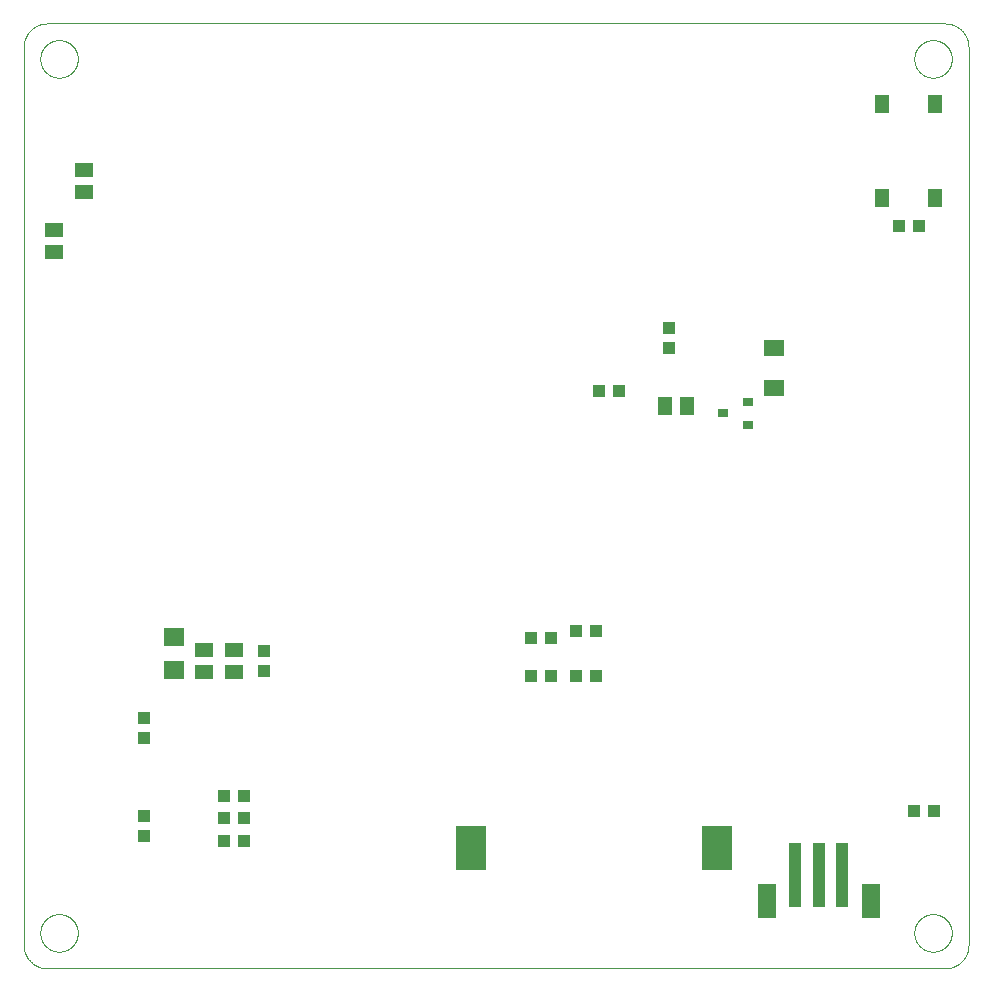
<source format=gbp>
G75*
%MOIN*%
%OFA0B0*%
%FSLAX25Y25*%
%IPPOS*%
%LPD*%
%AMOC8*
5,1,8,0,0,1.08239X$1,22.5*
%
%ADD10C,0.00000*%
%ADD11R,0.04331X0.03937*%
%ADD12R,0.03937X0.04331*%
%ADD13R,0.05906X0.05118*%
%ADD14R,0.07087X0.06299*%
%ADD15R,0.03543X0.03150*%
%ADD16R,0.05118X0.05906*%
%ADD17R,0.07087X0.05512*%
%ADD18R,0.05118X0.06102*%
%ADD19R,0.03937X0.21654*%
%ADD20R,0.06299X0.11811*%
%ADD21R,0.10000X0.15000*%
D10*
X0040154Y0028618D02*
X0339367Y0028618D01*
X0339557Y0028620D01*
X0339747Y0028627D01*
X0339937Y0028639D01*
X0340127Y0028655D01*
X0340316Y0028675D01*
X0340505Y0028701D01*
X0340693Y0028730D01*
X0340880Y0028765D01*
X0341066Y0028804D01*
X0341251Y0028847D01*
X0341436Y0028895D01*
X0341619Y0028947D01*
X0341800Y0029003D01*
X0341980Y0029064D01*
X0342159Y0029130D01*
X0342336Y0029199D01*
X0342512Y0029273D01*
X0342685Y0029351D01*
X0342857Y0029434D01*
X0343026Y0029520D01*
X0343194Y0029610D01*
X0343359Y0029705D01*
X0343522Y0029803D01*
X0343682Y0029906D01*
X0343840Y0030012D01*
X0343995Y0030122D01*
X0344148Y0030235D01*
X0344298Y0030353D01*
X0344444Y0030474D01*
X0344588Y0030598D01*
X0344729Y0030726D01*
X0344867Y0030857D01*
X0345002Y0030992D01*
X0345133Y0031130D01*
X0345261Y0031271D01*
X0345385Y0031415D01*
X0345506Y0031561D01*
X0345624Y0031711D01*
X0345737Y0031864D01*
X0345847Y0032019D01*
X0345953Y0032177D01*
X0346056Y0032337D01*
X0346154Y0032500D01*
X0346249Y0032665D01*
X0346339Y0032833D01*
X0346425Y0033002D01*
X0346508Y0033174D01*
X0346586Y0033347D01*
X0346660Y0033523D01*
X0346729Y0033700D01*
X0346795Y0033879D01*
X0346856Y0034059D01*
X0346912Y0034240D01*
X0346964Y0034423D01*
X0347012Y0034608D01*
X0347055Y0034793D01*
X0347094Y0034979D01*
X0347129Y0035166D01*
X0347158Y0035354D01*
X0347184Y0035543D01*
X0347204Y0035732D01*
X0347220Y0035922D01*
X0347232Y0036112D01*
X0347239Y0036302D01*
X0347241Y0036492D01*
X0347241Y0335705D01*
X0347239Y0335895D01*
X0347232Y0336085D01*
X0347220Y0336275D01*
X0347204Y0336465D01*
X0347184Y0336654D01*
X0347158Y0336843D01*
X0347129Y0337031D01*
X0347094Y0337218D01*
X0347055Y0337404D01*
X0347012Y0337589D01*
X0346964Y0337774D01*
X0346912Y0337957D01*
X0346856Y0338138D01*
X0346795Y0338318D01*
X0346729Y0338497D01*
X0346660Y0338674D01*
X0346586Y0338850D01*
X0346508Y0339023D01*
X0346425Y0339195D01*
X0346339Y0339364D01*
X0346249Y0339532D01*
X0346154Y0339697D01*
X0346056Y0339860D01*
X0345953Y0340020D01*
X0345847Y0340178D01*
X0345737Y0340333D01*
X0345624Y0340486D01*
X0345506Y0340636D01*
X0345385Y0340782D01*
X0345261Y0340926D01*
X0345133Y0341067D01*
X0345002Y0341205D01*
X0344867Y0341340D01*
X0344729Y0341471D01*
X0344588Y0341599D01*
X0344444Y0341723D01*
X0344298Y0341844D01*
X0344148Y0341962D01*
X0343995Y0342075D01*
X0343840Y0342185D01*
X0343682Y0342291D01*
X0343522Y0342394D01*
X0343359Y0342492D01*
X0343194Y0342587D01*
X0343026Y0342677D01*
X0342857Y0342763D01*
X0342685Y0342846D01*
X0342512Y0342924D01*
X0342336Y0342998D01*
X0342159Y0343067D01*
X0341980Y0343133D01*
X0341800Y0343194D01*
X0341619Y0343250D01*
X0341436Y0343302D01*
X0341251Y0343350D01*
X0341066Y0343393D01*
X0340880Y0343432D01*
X0340693Y0343467D01*
X0340505Y0343496D01*
X0340316Y0343522D01*
X0340127Y0343542D01*
X0339937Y0343558D01*
X0339747Y0343570D01*
X0339557Y0343577D01*
X0339367Y0343579D01*
X0040154Y0343579D01*
X0039964Y0343577D01*
X0039774Y0343570D01*
X0039584Y0343558D01*
X0039394Y0343542D01*
X0039205Y0343522D01*
X0039016Y0343496D01*
X0038828Y0343467D01*
X0038641Y0343432D01*
X0038455Y0343393D01*
X0038270Y0343350D01*
X0038085Y0343302D01*
X0037902Y0343250D01*
X0037721Y0343194D01*
X0037541Y0343133D01*
X0037362Y0343067D01*
X0037185Y0342998D01*
X0037009Y0342924D01*
X0036836Y0342846D01*
X0036664Y0342763D01*
X0036495Y0342677D01*
X0036327Y0342587D01*
X0036162Y0342492D01*
X0035999Y0342394D01*
X0035839Y0342291D01*
X0035681Y0342185D01*
X0035526Y0342075D01*
X0035373Y0341962D01*
X0035223Y0341844D01*
X0035077Y0341723D01*
X0034933Y0341599D01*
X0034792Y0341471D01*
X0034654Y0341340D01*
X0034519Y0341205D01*
X0034388Y0341067D01*
X0034260Y0340926D01*
X0034136Y0340782D01*
X0034015Y0340636D01*
X0033897Y0340486D01*
X0033784Y0340333D01*
X0033674Y0340178D01*
X0033568Y0340020D01*
X0033465Y0339860D01*
X0033367Y0339697D01*
X0033272Y0339532D01*
X0033182Y0339364D01*
X0033096Y0339195D01*
X0033013Y0339023D01*
X0032935Y0338850D01*
X0032861Y0338674D01*
X0032792Y0338497D01*
X0032726Y0338318D01*
X0032665Y0338138D01*
X0032609Y0337957D01*
X0032557Y0337774D01*
X0032509Y0337589D01*
X0032466Y0337404D01*
X0032427Y0337218D01*
X0032392Y0337031D01*
X0032363Y0336843D01*
X0032337Y0336654D01*
X0032317Y0336465D01*
X0032301Y0336275D01*
X0032289Y0336085D01*
X0032282Y0335895D01*
X0032280Y0335705D01*
X0032280Y0036492D01*
X0032282Y0036302D01*
X0032289Y0036112D01*
X0032301Y0035922D01*
X0032317Y0035732D01*
X0032337Y0035543D01*
X0032363Y0035354D01*
X0032392Y0035166D01*
X0032427Y0034979D01*
X0032466Y0034793D01*
X0032509Y0034608D01*
X0032557Y0034423D01*
X0032609Y0034240D01*
X0032665Y0034059D01*
X0032726Y0033879D01*
X0032792Y0033700D01*
X0032861Y0033523D01*
X0032935Y0033347D01*
X0033013Y0033174D01*
X0033096Y0033002D01*
X0033182Y0032833D01*
X0033272Y0032665D01*
X0033367Y0032500D01*
X0033465Y0032337D01*
X0033568Y0032177D01*
X0033674Y0032019D01*
X0033784Y0031864D01*
X0033897Y0031711D01*
X0034015Y0031561D01*
X0034136Y0031415D01*
X0034260Y0031271D01*
X0034388Y0031130D01*
X0034519Y0030992D01*
X0034654Y0030857D01*
X0034792Y0030726D01*
X0034933Y0030598D01*
X0035077Y0030474D01*
X0035223Y0030353D01*
X0035373Y0030235D01*
X0035526Y0030122D01*
X0035681Y0030012D01*
X0035839Y0029906D01*
X0035999Y0029803D01*
X0036162Y0029705D01*
X0036327Y0029610D01*
X0036495Y0029520D01*
X0036664Y0029434D01*
X0036836Y0029351D01*
X0037009Y0029273D01*
X0037185Y0029199D01*
X0037362Y0029130D01*
X0037541Y0029064D01*
X0037721Y0029003D01*
X0037902Y0028947D01*
X0038085Y0028895D01*
X0038270Y0028847D01*
X0038455Y0028804D01*
X0038641Y0028765D01*
X0038828Y0028730D01*
X0039016Y0028701D01*
X0039205Y0028675D01*
X0039394Y0028655D01*
X0039584Y0028639D01*
X0039774Y0028627D01*
X0039964Y0028620D01*
X0040154Y0028618D01*
X0037841Y0040429D02*
X0037843Y0040587D01*
X0037849Y0040744D01*
X0037859Y0040902D01*
X0037873Y0041059D01*
X0037891Y0041215D01*
X0037912Y0041372D01*
X0037938Y0041527D01*
X0037968Y0041682D01*
X0038001Y0041836D01*
X0038039Y0041989D01*
X0038080Y0042142D01*
X0038125Y0042293D01*
X0038174Y0042443D01*
X0038227Y0042591D01*
X0038283Y0042739D01*
X0038344Y0042884D01*
X0038407Y0043029D01*
X0038475Y0043171D01*
X0038546Y0043312D01*
X0038620Y0043451D01*
X0038698Y0043588D01*
X0038780Y0043723D01*
X0038864Y0043856D01*
X0038953Y0043987D01*
X0039044Y0044115D01*
X0039139Y0044242D01*
X0039236Y0044365D01*
X0039337Y0044487D01*
X0039441Y0044605D01*
X0039548Y0044721D01*
X0039658Y0044834D01*
X0039770Y0044945D01*
X0039886Y0045052D01*
X0040004Y0045157D01*
X0040124Y0045259D01*
X0040247Y0045357D01*
X0040373Y0045453D01*
X0040501Y0045545D01*
X0040631Y0045634D01*
X0040763Y0045720D01*
X0040898Y0045802D01*
X0041035Y0045881D01*
X0041173Y0045956D01*
X0041313Y0046028D01*
X0041456Y0046096D01*
X0041599Y0046161D01*
X0041745Y0046222D01*
X0041892Y0046279D01*
X0042040Y0046333D01*
X0042190Y0046383D01*
X0042340Y0046429D01*
X0042492Y0046471D01*
X0042645Y0046510D01*
X0042799Y0046544D01*
X0042954Y0046575D01*
X0043109Y0046601D01*
X0043265Y0046624D01*
X0043422Y0046643D01*
X0043579Y0046658D01*
X0043736Y0046669D01*
X0043894Y0046676D01*
X0044052Y0046679D01*
X0044209Y0046678D01*
X0044367Y0046673D01*
X0044524Y0046664D01*
X0044682Y0046651D01*
X0044838Y0046634D01*
X0044995Y0046613D01*
X0045150Y0046589D01*
X0045305Y0046560D01*
X0045460Y0046527D01*
X0045613Y0046491D01*
X0045766Y0046450D01*
X0045917Y0046406D01*
X0046067Y0046358D01*
X0046216Y0046307D01*
X0046364Y0046251D01*
X0046510Y0046192D01*
X0046655Y0046129D01*
X0046798Y0046062D01*
X0046939Y0045992D01*
X0047078Y0045919D01*
X0047216Y0045842D01*
X0047352Y0045761D01*
X0047485Y0045677D01*
X0047616Y0045590D01*
X0047745Y0045499D01*
X0047872Y0045405D01*
X0047997Y0045308D01*
X0048118Y0045208D01*
X0048238Y0045105D01*
X0048354Y0044999D01*
X0048468Y0044890D01*
X0048580Y0044778D01*
X0048688Y0044664D01*
X0048793Y0044546D01*
X0048896Y0044426D01*
X0048995Y0044304D01*
X0049091Y0044179D01*
X0049184Y0044051D01*
X0049274Y0043922D01*
X0049360Y0043790D01*
X0049444Y0043656D01*
X0049523Y0043520D01*
X0049600Y0043382D01*
X0049672Y0043242D01*
X0049741Y0043100D01*
X0049807Y0042957D01*
X0049869Y0042812D01*
X0049927Y0042665D01*
X0049982Y0042517D01*
X0050033Y0042368D01*
X0050080Y0042217D01*
X0050123Y0042066D01*
X0050162Y0041913D01*
X0050198Y0041759D01*
X0050229Y0041605D01*
X0050257Y0041450D01*
X0050281Y0041294D01*
X0050301Y0041137D01*
X0050317Y0040980D01*
X0050329Y0040823D01*
X0050337Y0040666D01*
X0050341Y0040508D01*
X0050341Y0040350D01*
X0050337Y0040192D01*
X0050329Y0040035D01*
X0050317Y0039878D01*
X0050301Y0039721D01*
X0050281Y0039564D01*
X0050257Y0039408D01*
X0050229Y0039253D01*
X0050198Y0039099D01*
X0050162Y0038945D01*
X0050123Y0038792D01*
X0050080Y0038641D01*
X0050033Y0038490D01*
X0049982Y0038341D01*
X0049927Y0038193D01*
X0049869Y0038046D01*
X0049807Y0037901D01*
X0049741Y0037758D01*
X0049672Y0037616D01*
X0049600Y0037476D01*
X0049523Y0037338D01*
X0049444Y0037202D01*
X0049360Y0037068D01*
X0049274Y0036936D01*
X0049184Y0036807D01*
X0049091Y0036679D01*
X0048995Y0036554D01*
X0048896Y0036432D01*
X0048793Y0036312D01*
X0048688Y0036194D01*
X0048580Y0036080D01*
X0048468Y0035968D01*
X0048354Y0035859D01*
X0048238Y0035753D01*
X0048118Y0035650D01*
X0047997Y0035550D01*
X0047872Y0035453D01*
X0047745Y0035359D01*
X0047616Y0035268D01*
X0047485Y0035181D01*
X0047352Y0035097D01*
X0047216Y0035016D01*
X0047078Y0034939D01*
X0046939Y0034866D01*
X0046798Y0034796D01*
X0046655Y0034729D01*
X0046510Y0034666D01*
X0046364Y0034607D01*
X0046216Y0034551D01*
X0046067Y0034500D01*
X0045917Y0034452D01*
X0045766Y0034408D01*
X0045613Y0034367D01*
X0045460Y0034331D01*
X0045305Y0034298D01*
X0045150Y0034269D01*
X0044995Y0034245D01*
X0044838Y0034224D01*
X0044682Y0034207D01*
X0044524Y0034194D01*
X0044367Y0034185D01*
X0044209Y0034180D01*
X0044052Y0034179D01*
X0043894Y0034182D01*
X0043736Y0034189D01*
X0043579Y0034200D01*
X0043422Y0034215D01*
X0043265Y0034234D01*
X0043109Y0034257D01*
X0042954Y0034283D01*
X0042799Y0034314D01*
X0042645Y0034348D01*
X0042492Y0034387D01*
X0042340Y0034429D01*
X0042190Y0034475D01*
X0042040Y0034525D01*
X0041892Y0034579D01*
X0041745Y0034636D01*
X0041599Y0034697D01*
X0041456Y0034762D01*
X0041313Y0034830D01*
X0041173Y0034902D01*
X0041035Y0034977D01*
X0040898Y0035056D01*
X0040763Y0035138D01*
X0040631Y0035224D01*
X0040501Y0035313D01*
X0040373Y0035405D01*
X0040247Y0035501D01*
X0040124Y0035599D01*
X0040004Y0035701D01*
X0039886Y0035806D01*
X0039770Y0035913D01*
X0039658Y0036024D01*
X0039548Y0036137D01*
X0039441Y0036253D01*
X0039337Y0036371D01*
X0039236Y0036493D01*
X0039139Y0036616D01*
X0039044Y0036743D01*
X0038953Y0036871D01*
X0038864Y0037002D01*
X0038780Y0037135D01*
X0038698Y0037270D01*
X0038620Y0037407D01*
X0038546Y0037546D01*
X0038475Y0037687D01*
X0038407Y0037829D01*
X0038344Y0037974D01*
X0038283Y0038119D01*
X0038227Y0038267D01*
X0038174Y0038415D01*
X0038125Y0038565D01*
X0038080Y0038716D01*
X0038039Y0038869D01*
X0038001Y0039022D01*
X0037968Y0039176D01*
X0037938Y0039331D01*
X0037912Y0039486D01*
X0037891Y0039643D01*
X0037873Y0039799D01*
X0037859Y0039956D01*
X0037849Y0040114D01*
X0037843Y0040271D01*
X0037841Y0040429D01*
X0329180Y0040429D02*
X0329182Y0040587D01*
X0329188Y0040744D01*
X0329198Y0040902D01*
X0329212Y0041059D01*
X0329230Y0041215D01*
X0329251Y0041372D01*
X0329277Y0041527D01*
X0329307Y0041682D01*
X0329340Y0041836D01*
X0329378Y0041989D01*
X0329419Y0042142D01*
X0329464Y0042293D01*
X0329513Y0042443D01*
X0329566Y0042591D01*
X0329622Y0042739D01*
X0329683Y0042884D01*
X0329746Y0043029D01*
X0329814Y0043171D01*
X0329885Y0043312D01*
X0329959Y0043451D01*
X0330037Y0043588D01*
X0330119Y0043723D01*
X0330203Y0043856D01*
X0330292Y0043987D01*
X0330383Y0044115D01*
X0330478Y0044242D01*
X0330575Y0044365D01*
X0330676Y0044487D01*
X0330780Y0044605D01*
X0330887Y0044721D01*
X0330997Y0044834D01*
X0331109Y0044945D01*
X0331225Y0045052D01*
X0331343Y0045157D01*
X0331463Y0045259D01*
X0331586Y0045357D01*
X0331712Y0045453D01*
X0331840Y0045545D01*
X0331970Y0045634D01*
X0332102Y0045720D01*
X0332237Y0045802D01*
X0332374Y0045881D01*
X0332512Y0045956D01*
X0332652Y0046028D01*
X0332795Y0046096D01*
X0332938Y0046161D01*
X0333084Y0046222D01*
X0333231Y0046279D01*
X0333379Y0046333D01*
X0333529Y0046383D01*
X0333679Y0046429D01*
X0333831Y0046471D01*
X0333984Y0046510D01*
X0334138Y0046544D01*
X0334293Y0046575D01*
X0334448Y0046601D01*
X0334604Y0046624D01*
X0334761Y0046643D01*
X0334918Y0046658D01*
X0335075Y0046669D01*
X0335233Y0046676D01*
X0335391Y0046679D01*
X0335548Y0046678D01*
X0335706Y0046673D01*
X0335863Y0046664D01*
X0336021Y0046651D01*
X0336177Y0046634D01*
X0336334Y0046613D01*
X0336489Y0046589D01*
X0336644Y0046560D01*
X0336799Y0046527D01*
X0336952Y0046491D01*
X0337105Y0046450D01*
X0337256Y0046406D01*
X0337406Y0046358D01*
X0337555Y0046307D01*
X0337703Y0046251D01*
X0337849Y0046192D01*
X0337994Y0046129D01*
X0338137Y0046062D01*
X0338278Y0045992D01*
X0338417Y0045919D01*
X0338555Y0045842D01*
X0338691Y0045761D01*
X0338824Y0045677D01*
X0338955Y0045590D01*
X0339084Y0045499D01*
X0339211Y0045405D01*
X0339336Y0045308D01*
X0339457Y0045208D01*
X0339577Y0045105D01*
X0339693Y0044999D01*
X0339807Y0044890D01*
X0339919Y0044778D01*
X0340027Y0044664D01*
X0340132Y0044546D01*
X0340235Y0044426D01*
X0340334Y0044304D01*
X0340430Y0044179D01*
X0340523Y0044051D01*
X0340613Y0043922D01*
X0340699Y0043790D01*
X0340783Y0043656D01*
X0340862Y0043520D01*
X0340939Y0043382D01*
X0341011Y0043242D01*
X0341080Y0043100D01*
X0341146Y0042957D01*
X0341208Y0042812D01*
X0341266Y0042665D01*
X0341321Y0042517D01*
X0341372Y0042368D01*
X0341419Y0042217D01*
X0341462Y0042066D01*
X0341501Y0041913D01*
X0341537Y0041759D01*
X0341568Y0041605D01*
X0341596Y0041450D01*
X0341620Y0041294D01*
X0341640Y0041137D01*
X0341656Y0040980D01*
X0341668Y0040823D01*
X0341676Y0040666D01*
X0341680Y0040508D01*
X0341680Y0040350D01*
X0341676Y0040192D01*
X0341668Y0040035D01*
X0341656Y0039878D01*
X0341640Y0039721D01*
X0341620Y0039564D01*
X0341596Y0039408D01*
X0341568Y0039253D01*
X0341537Y0039099D01*
X0341501Y0038945D01*
X0341462Y0038792D01*
X0341419Y0038641D01*
X0341372Y0038490D01*
X0341321Y0038341D01*
X0341266Y0038193D01*
X0341208Y0038046D01*
X0341146Y0037901D01*
X0341080Y0037758D01*
X0341011Y0037616D01*
X0340939Y0037476D01*
X0340862Y0037338D01*
X0340783Y0037202D01*
X0340699Y0037068D01*
X0340613Y0036936D01*
X0340523Y0036807D01*
X0340430Y0036679D01*
X0340334Y0036554D01*
X0340235Y0036432D01*
X0340132Y0036312D01*
X0340027Y0036194D01*
X0339919Y0036080D01*
X0339807Y0035968D01*
X0339693Y0035859D01*
X0339577Y0035753D01*
X0339457Y0035650D01*
X0339336Y0035550D01*
X0339211Y0035453D01*
X0339084Y0035359D01*
X0338955Y0035268D01*
X0338824Y0035181D01*
X0338691Y0035097D01*
X0338555Y0035016D01*
X0338417Y0034939D01*
X0338278Y0034866D01*
X0338137Y0034796D01*
X0337994Y0034729D01*
X0337849Y0034666D01*
X0337703Y0034607D01*
X0337555Y0034551D01*
X0337406Y0034500D01*
X0337256Y0034452D01*
X0337105Y0034408D01*
X0336952Y0034367D01*
X0336799Y0034331D01*
X0336644Y0034298D01*
X0336489Y0034269D01*
X0336334Y0034245D01*
X0336177Y0034224D01*
X0336021Y0034207D01*
X0335863Y0034194D01*
X0335706Y0034185D01*
X0335548Y0034180D01*
X0335391Y0034179D01*
X0335233Y0034182D01*
X0335075Y0034189D01*
X0334918Y0034200D01*
X0334761Y0034215D01*
X0334604Y0034234D01*
X0334448Y0034257D01*
X0334293Y0034283D01*
X0334138Y0034314D01*
X0333984Y0034348D01*
X0333831Y0034387D01*
X0333679Y0034429D01*
X0333529Y0034475D01*
X0333379Y0034525D01*
X0333231Y0034579D01*
X0333084Y0034636D01*
X0332938Y0034697D01*
X0332795Y0034762D01*
X0332652Y0034830D01*
X0332512Y0034902D01*
X0332374Y0034977D01*
X0332237Y0035056D01*
X0332102Y0035138D01*
X0331970Y0035224D01*
X0331840Y0035313D01*
X0331712Y0035405D01*
X0331586Y0035501D01*
X0331463Y0035599D01*
X0331343Y0035701D01*
X0331225Y0035806D01*
X0331109Y0035913D01*
X0330997Y0036024D01*
X0330887Y0036137D01*
X0330780Y0036253D01*
X0330676Y0036371D01*
X0330575Y0036493D01*
X0330478Y0036616D01*
X0330383Y0036743D01*
X0330292Y0036871D01*
X0330203Y0037002D01*
X0330119Y0037135D01*
X0330037Y0037270D01*
X0329959Y0037407D01*
X0329885Y0037546D01*
X0329814Y0037687D01*
X0329746Y0037829D01*
X0329683Y0037974D01*
X0329622Y0038119D01*
X0329566Y0038267D01*
X0329513Y0038415D01*
X0329464Y0038565D01*
X0329419Y0038716D01*
X0329378Y0038869D01*
X0329340Y0039022D01*
X0329307Y0039176D01*
X0329277Y0039331D01*
X0329251Y0039486D01*
X0329230Y0039643D01*
X0329212Y0039799D01*
X0329198Y0039956D01*
X0329188Y0040114D01*
X0329182Y0040271D01*
X0329180Y0040429D01*
X0329180Y0331768D02*
X0329182Y0331926D01*
X0329188Y0332083D01*
X0329198Y0332241D01*
X0329212Y0332398D01*
X0329230Y0332554D01*
X0329251Y0332711D01*
X0329277Y0332866D01*
X0329307Y0333021D01*
X0329340Y0333175D01*
X0329378Y0333328D01*
X0329419Y0333481D01*
X0329464Y0333632D01*
X0329513Y0333782D01*
X0329566Y0333930D01*
X0329622Y0334078D01*
X0329683Y0334223D01*
X0329746Y0334368D01*
X0329814Y0334510D01*
X0329885Y0334651D01*
X0329959Y0334790D01*
X0330037Y0334927D01*
X0330119Y0335062D01*
X0330203Y0335195D01*
X0330292Y0335326D01*
X0330383Y0335454D01*
X0330478Y0335581D01*
X0330575Y0335704D01*
X0330676Y0335826D01*
X0330780Y0335944D01*
X0330887Y0336060D01*
X0330997Y0336173D01*
X0331109Y0336284D01*
X0331225Y0336391D01*
X0331343Y0336496D01*
X0331463Y0336598D01*
X0331586Y0336696D01*
X0331712Y0336792D01*
X0331840Y0336884D01*
X0331970Y0336973D01*
X0332102Y0337059D01*
X0332237Y0337141D01*
X0332374Y0337220D01*
X0332512Y0337295D01*
X0332652Y0337367D01*
X0332795Y0337435D01*
X0332938Y0337500D01*
X0333084Y0337561D01*
X0333231Y0337618D01*
X0333379Y0337672D01*
X0333529Y0337722D01*
X0333679Y0337768D01*
X0333831Y0337810D01*
X0333984Y0337849D01*
X0334138Y0337883D01*
X0334293Y0337914D01*
X0334448Y0337940D01*
X0334604Y0337963D01*
X0334761Y0337982D01*
X0334918Y0337997D01*
X0335075Y0338008D01*
X0335233Y0338015D01*
X0335391Y0338018D01*
X0335548Y0338017D01*
X0335706Y0338012D01*
X0335863Y0338003D01*
X0336021Y0337990D01*
X0336177Y0337973D01*
X0336334Y0337952D01*
X0336489Y0337928D01*
X0336644Y0337899D01*
X0336799Y0337866D01*
X0336952Y0337830D01*
X0337105Y0337789D01*
X0337256Y0337745D01*
X0337406Y0337697D01*
X0337555Y0337646D01*
X0337703Y0337590D01*
X0337849Y0337531D01*
X0337994Y0337468D01*
X0338137Y0337401D01*
X0338278Y0337331D01*
X0338417Y0337258D01*
X0338555Y0337181D01*
X0338691Y0337100D01*
X0338824Y0337016D01*
X0338955Y0336929D01*
X0339084Y0336838D01*
X0339211Y0336744D01*
X0339336Y0336647D01*
X0339457Y0336547D01*
X0339577Y0336444D01*
X0339693Y0336338D01*
X0339807Y0336229D01*
X0339919Y0336117D01*
X0340027Y0336003D01*
X0340132Y0335885D01*
X0340235Y0335765D01*
X0340334Y0335643D01*
X0340430Y0335518D01*
X0340523Y0335390D01*
X0340613Y0335261D01*
X0340699Y0335129D01*
X0340783Y0334995D01*
X0340862Y0334859D01*
X0340939Y0334721D01*
X0341011Y0334581D01*
X0341080Y0334439D01*
X0341146Y0334296D01*
X0341208Y0334151D01*
X0341266Y0334004D01*
X0341321Y0333856D01*
X0341372Y0333707D01*
X0341419Y0333556D01*
X0341462Y0333405D01*
X0341501Y0333252D01*
X0341537Y0333098D01*
X0341568Y0332944D01*
X0341596Y0332789D01*
X0341620Y0332633D01*
X0341640Y0332476D01*
X0341656Y0332319D01*
X0341668Y0332162D01*
X0341676Y0332005D01*
X0341680Y0331847D01*
X0341680Y0331689D01*
X0341676Y0331531D01*
X0341668Y0331374D01*
X0341656Y0331217D01*
X0341640Y0331060D01*
X0341620Y0330903D01*
X0341596Y0330747D01*
X0341568Y0330592D01*
X0341537Y0330438D01*
X0341501Y0330284D01*
X0341462Y0330131D01*
X0341419Y0329980D01*
X0341372Y0329829D01*
X0341321Y0329680D01*
X0341266Y0329532D01*
X0341208Y0329385D01*
X0341146Y0329240D01*
X0341080Y0329097D01*
X0341011Y0328955D01*
X0340939Y0328815D01*
X0340862Y0328677D01*
X0340783Y0328541D01*
X0340699Y0328407D01*
X0340613Y0328275D01*
X0340523Y0328146D01*
X0340430Y0328018D01*
X0340334Y0327893D01*
X0340235Y0327771D01*
X0340132Y0327651D01*
X0340027Y0327533D01*
X0339919Y0327419D01*
X0339807Y0327307D01*
X0339693Y0327198D01*
X0339577Y0327092D01*
X0339457Y0326989D01*
X0339336Y0326889D01*
X0339211Y0326792D01*
X0339084Y0326698D01*
X0338955Y0326607D01*
X0338824Y0326520D01*
X0338691Y0326436D01*
X0338555Y0326355D01*
X0338417Y0326278D01*
X0338278Y0326205D01*
X0338137Y0326135D01*
X0337994Y0326068D01*
X0337849Y0326005D01*
X0337703Y0325946D01*
X0337555Y0325890D01*
X0337406Y0325839D01*
X0337256Y0325791D01*
X0337105Y0325747D01*
X0336952Y0325706D01*
X0336799Y0325670D01*
X0336644Y0325637D01*
X0336489Y0325608D01*
X0336334Y0325584D01*
X0336177Y0325563D01*
X0336021Y0325546D01*
X0335863Y0325533D01*
X0335706Y0325524D01*
X0335548Y0325519D01*
X0335391Y0325518D01*
X0335233Y0325521D01*
X0335075Y0325528D01*
X0334918Y0325539D01*
X0334761Y0325554D01*
X0334604Y0325573D01*
X0334448Y0325596D01*
X0334293Y0325622D01*
X0334138Y0325653D01*
X0333984Y0325687D01*
X0333831Y0325726D01*
X0333679Y0325768D01*
X0333529Y0325814D01*
X0333379Y0325864D01*
X0333231Y0325918D01*
X0333084Y0325975D01*
X0332938Y0326036D01*
X0332795Y0326101D01*
X0332652Y0326169D01*
X0332512Y0326241D01*
X0332374Y0326316D01*
X0332237Y0326395D01*
X0332102Y0326477D01*
X0331970Y0326563D01*
X0331840Y0326652D01*
X0331712Y0326744D01*
X0331586Y0326840D01*
X0331463Y0326938D01*
X0331343Y0327040D01*
X0331225Y0327145D01*
X0331109Y0327252D01*
X0330997Y0327363D01*
X0330887Y0327476D01*
X0330780Y0327592D01*
X0330676Y0327710D01*
X0330575Y0327832D01*
X0330478Y0327955D01*
X0330383Y0328082D01*
X0330292Y0328210D01*
X0330203Y0328341D01*
X0330119Y0328474D01*
X0330037Y0328609D01*
X0329959Y0328746D01*
X0329885Y0328885D01*
X0329814Y0329026D01*
X0329746Y0329168D01*
X0329683Y0329313D01*
X0329622Y0329458D01*
X0329566Y0329606D01*
X0329513Y0329754D01*
X0329464Y0329904D01*
X0329419Y0330055D01*
X0329378Y0330208D01*
X0329340Y0330361D01*
X0329307Y0330515D01*
X0329277Y0330670D01*
X0329251Y0330825D01*
X0329230Y0330982D01*
X0329212Y0331138D01*
X0329198Y0331295D01*
X0329188Y0331453D01*
X0329182Y0331610D01*
X0329180Y0331768D01*
X0037841Y0331768D02*
X0037843Y0331926D01*
X0037849Y0332083D01*
X0037859Y0332241D01*
X0037873Y0332398D01*
X0037891Y0332554D01*
X0037912Y0332711D01*
X0037938Y0332866D01*
X0037968Y0333021D01*
X0038001Y0333175D01*
X0038039Y0333328D01*
X0038080Y0333481D01*
X0038125Y0333632D01*
X0038174Y0333782D01*
X0038227Y0333930D01*
X0038283Y0334078D01*
X0038344Y0334223D01*
X0038407Y0334368D01*
X0038475Y0334510D01*
X0038546Y0334651D01*
X0038620Y0334790D01*
X0038698Y0334927D01*
X0038780Y0335062D01*
X0038864Y0335195D01*
X0038953Y0335326D01*
X0039044Y0335454D01*
X0039139Y0335581D01*
X0039236Y0335704D01*
X0039337Y0335826D01*
X0039441Y0335944D01*
X0039548Y0336060D01*
X0039658Y0336173D01*
X0039770Y0336284D01*
X0039886Y0336391D01*
X0040004Y0336496D01*
X0040124Y0336598D01*
X0040247Y0336696D01*
X0040373Y0336792D01*
X0040501Y0336884D01*
X0040631Y0336973D01*
X0040763Y0337059D01*
X0040898Y0337141D01*
X0041035Y0337220D01*
X0041173Y0337295D01*
X0041313Y0337367D01*
X0041456Y0337435D01*
X0041599Y0337500D01*
X0041745Y0337561D01*
X0041892Y0337618D01*
X0042040Y0337672D01*
X0042190Y0337722D01*
X0042340Y0337768D01*
X0042492Y0337810D01*
X0042645Y0337849D01*
X0042799Y0337883D01*
X0042954Y0337914D01*
X0043109Y0337940D01*
X0043265Y0337963D01*
X0043422Y0337982D01*
X0043579Y0337997D01*
X0043736Y0338008D01*
X0043894Y0338015D01*
X0044052Y0338018D01*
X0044209Y0338017D01*
X0044367Y0338012D01*
X0044524Y0338003D01*
X0044682Y0337990D01*
X0044838Y0337973D01*
X0044995Y0337952D01*
X0045150Y0337928D01*
X0045305Y0337899D01*
X0045460Y0337866D01*
X0045613Y0337830D01*
X0045766Y0337789D01*
X0045917Y0337745D01*
X0046067Y0337697D01*
X0046216Y0337646D01*
X0046364Y0337590D01*
X0046510Y0337531D01*
X0046655Y0337468D01*
X0046798Y0337401D01*
X0046939Y0337331D01*
X0047078Y0337258D01*
X0047216Y0337181D01*
X0047352Y0337100D01*
X0047485Y0337016D01*
X0047616Y0336929D01*
X0047745Y0336838D01*
X0047872Y0336744D01*
X0047997Y0336647D01*
X0048118Y0336547D01*
X0048238Y0336444D01*
X0048354Y0336338D01*
X0048468Y0336229D01*
X0048580Y0336117D01*
X0048688Y0336003D01*
X0048793Y0335885D01*
X0048896Y0335765D01*
X0048995Y0335643D01*
X0049091Y0335518D01*
X0049184Y0335390D01*
X0049274Y0335261D01*
X0049360Y0335129D01*
X0049444Y0334995D01*
X0049523Y0334859D01*
X0049600Y0334721D01*
X0049672Y0334581D01*
X0049741Y0334439D01*
X0049807Y0334296D01*
X0049869Y0334151D01*
X0049927Y0334004D01*
X0049982Y0333856D01*
X0050033Y0333707D01*
X0050080Y0333556D01*
X0050123Y0333405D01*
X0050162Y0333252D01*
X0050198Y0333098D01*
X0050229Y0332944D01*
X0050257Y0332789D01*
X0050281Y0332633D01*
X0050301Y0332476D01*
X0050317Y0332319D01*
X0050329Y0332162D01*
X0050337Y0332005D01*
X0050341Y0331847D01*
X0050341Y0331689D01*
X0050337Y0331531D01*
X0050329Y0331374D01*
X0050317Y0331217D01*
X0050301Y0331060D01*
X0050281Y0330903D01*
X0050257Y0330747D01*
X0050229Y0330592D01*
X0050198Y0330438D01*
X0050162Y0330284D01*
X0050123Y0330131D01*
X0050080Y0329980D01*
X0050033Y0329829D01*
X0049982Y0329680D01*
X0049927Y0329532D01*
X0049869Y0329385D01*
X0049807Y0329240D01*
X0049741Y0329097D01*
X0049672Y0328955D01*
X0049600Y0328815D01*
X0049523Y0328677D01*
X0049444Y0328541D01*
X0049360Y0328407D01*
X0049274Y0328275D01*
X0049184Y0328146D01*
X0049091Y0328018D01*
X0048995Y0327893D01*
X0048896Y0327771D01*
X0048793Y0327651D01*
X0048688Y0327533D01*
X0048580Y0327419D01*
X0048468Y0327307D01*
X0048354Y0327198D01*
X0048238Y0327092D01*
X0048118Y0326989D01*
X0047997Y0326889D01*
X0047872Y0326792D01*
X0047745Y0326698D01*
X0047616Y0326607D01*
X0047485Y0326520D01*
X0047352Y0326436D01*
X0047216Y0326355D01*
X0047078Y0326278D01*
X0046939Y0326205D01*
X0046798Y0326135D01*
X0046655Y0326068D01*
X0046510Y0326005D01*
X0046364Y0325946D01*
X0046216Y0325890D01*
X0046067Y0325839D01*
X0045917Y0325791D01*
X0045766Y0325747D01*
X0045613Y0325706D01*
X0045460Y0325670D01*
X0045305Y0325637D01*
X0045150Y0325608D01*
X0044995Y0325584D01*
X0044838Y0325563D01*
X0044682Y0325546D01*
X0044524Y0325533D01*
X0044367Y0325524D01*
X0044209Y0325519D01*
X0044052Y0325518D01*
X0043894Y0325521D01*
X0043736Y0325528D01*
X0043579Y0325539D01*
X0043422Y0325554D01*
X0043265Y0325573D01*
X0043109Y0325596D01*
X0042954Y0325622D01*
X0042799Y0325653D01*
X0042645Y0325687D01*
X0042492Y0325726D01*
X0042340Y0325768D01*
X0042190Y0325814D01*
X0042040Y0325864D01*
X0041892Y0325918D01*
X0041745Y0325975D01*
X0041599Y0326036D01*
X0041456Y0326101D01*
X0041313Y0326169D01*
X0041173Y0326241D01*
X0041035Y0326316D01*
X0040898Y0326395D01*
X0040763Y0326477D01*
X0040631Y0326563D01*
X0040501Y0326652D01*
X0040373Y0326744D01*
X0040247Y0326840D01*
X0040124Y0326938D01*
X0040004Y0327040D01*
X0039886Y0327145D01*
X0039770Y0327252D01*
X0039658Y0327363D01*
X0039548Y0327476D01*
X0039441Y0327592D01*
X0039337Y0327710D01*
X0039236Y0327832D01*
X0039139Y0327955D01*
X0039044Y0328082D01*
X0038953Y0328210D01*
X0038864Y0328341D01*
X0038780Y0328474D01*
X0038698Y0328609D01*
X0038620Y0328746D01*
X0038546Y0328885D01*
X0038475Y0329026D01*
X0038407Y0329168D01*
X0038344Y0329313D01*
X0038283Y0329458D01*
X0038227Y0329606D01*
X0038174Y0329754D01*
X0038125Y0329904D01*
X0038080Y0330055D01*
X0038039Y0330208D01*
X0038001Y0330361D01*
X0037968Y0330515D01*
X0037938Y0330670D01*
X0037912Y0330825D01*
X0037891Y0330982D01*
X0037873Y0331138D01*
X0037859Y0331295D01*
X0037849Y0331453D01*
X0037843Y0331610D01*
X0037841Y0331768D01*
D11*
X0247280Y0241965D03*
X0247280Y0235272D03*
X0223127Y0141118D03*
X0216434Y0141118D03*
X0208127Y0138618D03*
X0201434Y0138618D03*
X0201434Y0126118D03*
X0208127Y0126118D03*
X0216434Y0126118D03*
X0223127Y0126118D03*
X0105627Y0071118D03*
X0098934Y0071118D03*
X0072280Y0072772D03*
X0072280Y0079465D03*
X0072280Y0105272D03*
X0072280Y0111965D03*
D12*
X0098934Y0086118D03*
X0105627Y0086118D03*
X0105627Y0078618D03*
X0098934Y0078618D03*
X0112280Y0127772D03*
X0112280Y0134465D03*
X0223934Y0221118D03*
X0230627Y0221118D03*
X0323934Y0276118D03*
X0330627Y0276118D03*
X0328934Y0081118D03*
X0335627Y0081118D03*
D13*
X0102280Y0127378D03*
X0102280Y0134858D03*
X0092280Y0134858D03*
X0092280Y0127378D03*
X0042280Y0267378D03*
X0042280Y0274858D03*
X0052280Y0287378D03*
X0052280Y0294858D03*
D14*
X0082280Y0139130D03*
X0082280Y0128106D03*
D15*
X0265449Y0213618D03*
X0273717Y0209878D03*
X0273717Y0217358D03*
D16*
X0253520Y0216118D03*
X0246040Y0216118D03*
D17*
X0282280Y0221925D03*
X0282280Y0235311D03*
D18*
X0318422Y0285469D03*
X0336138Y0285469D03*
X0336138Y0316768D03*
X0318422Y0316768D03*
D19*
X0305154Y0059799D03*
X0297280Y0059799D03*
X0289406Y0059799D03*
D20*
X0279957Y0050941D03*
X0314603Y0050941D03*
D21*
X0263284Y0068618D03*
X0181276Y0068618D03*
M02*

</source>
